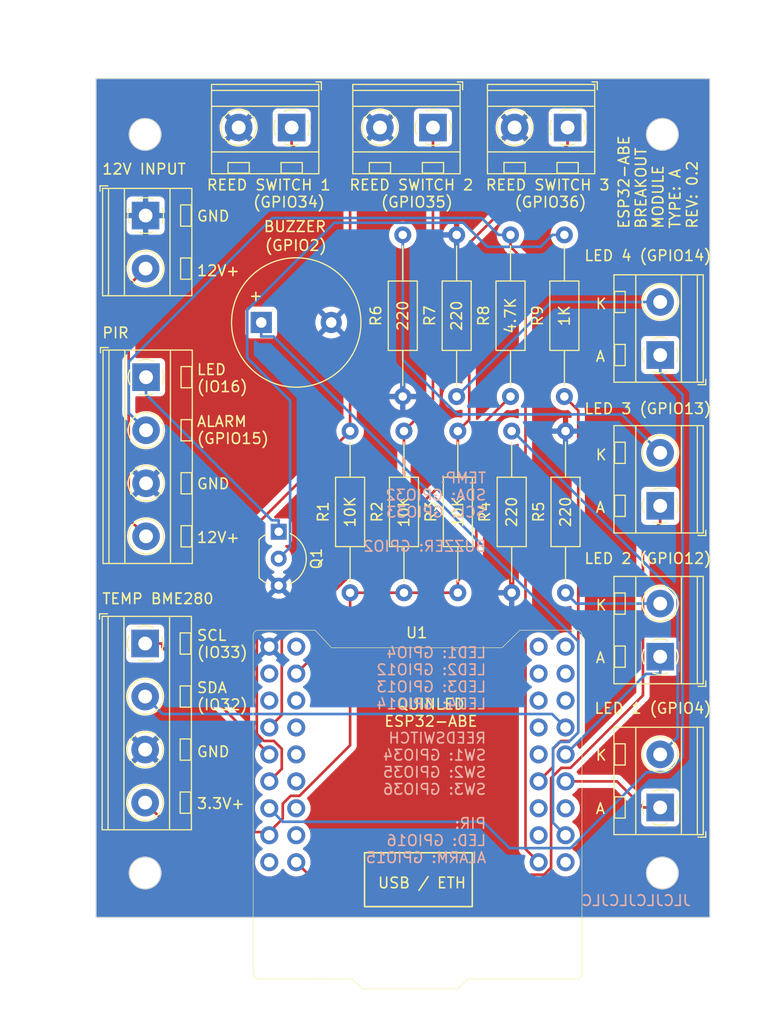
<source format=kicad_pcb>
(kicad_pcb (version 20221018) (generator pcbnew)
  (layers (0 "F.Cu" signal) (31 "B.Cu" signal) (34 "B.Paste" user) (35 "F.Paste" user) (36 "B.SilkS" user "B.Silkscreen") (37 "F.SilkS" user "F.Silkscreen") (38 "B.Mask" user) (39 "F.Mask" user) (44 "Edge.Cuts" user))
  (net 0 "")
  (net 1 "+12V")
  (net 2 "GND")
  (net 3 "Net-(Led1-Pin_2)")
  (net 4 "GPIO4")
  (net 5 "Net-(Led2-Pin_2)")
  (net 6 "GPIO12")
  (net 7 "Net-(Led3-Pin_2)")
  (net 8 "GPIO13")
  (net 9 "Net-(Led4-Pin_2)")
  (net 10 "GPIO14")
  (net 11 "GPIO2")
  (net 12 "GPIO15")
  (net 13 "Net-(PIR1-Pin_1)")
  (net 14 "Net-(Q1-B)")
  (net 15 "GPIO34")
  (net 16 "+3.3V")
  (net 17 "GPIO35")
  (net 18 "GPIO36")
  (net 19 "GPIO16")
  (net 20 "GPIO33")
  (net 21 "GPIO32")
  (footprint "Resistor_THT:R_Axial_DIN0207_L6.3mm_D2.5mm_P15.24mm_Horizontal" (layer "F.Cu") (at 154.6104 72.7868 90)
    (fp_text reference "R8" (at 7.62 -2.54 90) (layer "F.SilkS"))
    (fp_text value "4.7K" (at 7.62 0 90) (layer "F.SilkS"))
    (pad "1" thru_hole circle (at 0 0 90) (size 1.6 1.6) (drill 0.8) (layers "*.Cu" "*.Mask") (net 16 "+3.3V"))
    (pad "2" thru_hole oval (at 15.24 0 90) (size 1.6 1.6) (drill 0.8) (layers "*.Cu" "*.Mask") (net 12 "GPIO15"))
  )
  (footprint "TerminalBlock_MetzConnect:TerminalBlock_MetzConnect_Type094_RT03502HBLU_1x02_P5.00mm_Horizontal" (layer "F.Cu") (at 159.9954 47.4238 180)
    (fp_text reference "Reedswitch3" hide)
    (fp_text value "Screw_Terminal_01x02")
    (pad "1" thru_hole rect (at 0 0 180) (size 2.6 2.6) (drill 1.3) (layers "*.Cu" "*.Mask") (net 18 "GPIO36"))
    (pad "2" thru_hole circle (at 5 0 180) (size 2.6 2.6) (drill 1.3) (layers "*.Cu" "*.Mask") (net 2 "GND"))
  )
  (footprint "TerminalBlock_MetzConnect:TerminalBlock_MetzConnect_Type094_RT03502HBLU_1x02_P5.00mm_Horizontal" (layer "F.Cu") (at 168.7283 83.0893 90)
    (fp_text reference "Led3" hide)
    (fp_text value "Screw_Terminal_01x02")
    (pad "1" thru_hole rect (at 0 0 90) (size 2.6 2.6) (drill 1.3) (layers "*.Cu" "*.Mask") (net 8 "GPIO13"))
    (pad "2" thru_hole circle (at 5 0 90) (size 2.6 2.6) (drill 1.3) (layers "*.Cu" "*.Mask") (net 7 "Net-(Led3-Pin_2)"))
  )
  (footprint "TerminalBlock_MetzConnect:TerminalBlock_MetzConnect_Type094_RT03502HBLU_1x02_P5.00mm_Horizontal" (layer "F.Cu") (at 168.7283 97.3063 90)
    (fp_text reference "Led2" hide)
    (fp_text value "Screw_Terminal_01x02")
    (pad "1" thru_hole rect (at 0 0 90) (size 2.6 2.6) (drill 1.3) (layers "*.Cu" "*.Mask") (net 6 "GPIO12"))
    (pad "2" thru_hole circle (at 5 0 90) (size 2.6 2.6) (drill 1.3) (layers "*.Cu" "*.Mask") (net 5 "Net-(Led2-Pin_2)"))
  )
  (footprint "TerminalBlock_MetzConnect:TerminalBlock_MetzConnect_Type094_RT03504HBLU_1x04_P5.00mm_Horizontal" (layer "F.Cu") (at 120.2373 70.9632 -90)
    (fp_text reference "PIR1" hide)
    (fp_text value "Screw_Terminal_01x04")
    (pad "1" thru_hole rect (at 0 0 270) (size 2.6 2.6) (drill 1.3) (layers "*.Cu" "*.Mask") (net 13 "Net-(PIR1-Pin_1)"))
    (pad "2" thru_hole circle (at 5 0 270) (size 2.6 2.6) (drill 1.3) (layers "*.Cu" "*.Mask") (net 12 "GPIO15"))
    (pad "3" thru_hole circle (at 10 0 270) (size 2.6 2.6) (drill 1.3) (layers "*.Cu" "*.Mask") (net 2 "GND"))
    (pad "4" thru_hole circle (at 15 0 270) (size 2.6 2.6) (drill 1.3) (layers "*.Cu" "*.Mask") (net 1 "+12V"))
  )
  (footprint "Resistor_THT:R_Axial_DIN0207_L6.3mm_D2.5mm_P15.24mm_Horizontal" (layer "F.Cu") (at 144.5617 76.0432 -90)
    (fp_text reference "R2" (at 7.62 2.54 90) (layer "F.SilkS"))
    (fp_text value "10K" (at 7.62 0 90) (layer "F.SilkS"))
    (pad "1" thru_hole circle (at 0 0 270) (size 1.6 1.6) (drill 0.8) (layers "*.Cu" "*.Mask") (net 17 "GPIO35"))
    (pad "2" thru_hole oval (at 15.24 0 270) (size 1.6 1.6) (drill 0.8) (layers "*.Cu" "*.Mask") (net 16 "+3.3V"))
  )
  (footprint "Package_TO_SOT_THT:TO-92_Inline_Wide" (layer "F.Cu") (at 132.7447 85.5277 -90)
    (fp_text reference "Q1" (at 2.54 -3.56 -90) (layer "F.SilkS"))
    (fp_text value "BC547")
    (pad "1" thru_hole rect (at 0 0 270) (size 1.5 1.5) (drill 0.8) (layers "*.Cu" "*.Mask") (net 13 "Net-(PIR1-Pin_1)"))
    (pad "2" thru_hole circle (at 2.54 0 270) (size 1.5 1.5) (drill 0.8) (layers "*.Cu" "*.Mask") (net 14 "Net-(Q1-B)"))
    (pad "3" thru_hole circle (at 5.08 0 270) (size 1.5 1.5) (drill 0.8) (layers "*.Cu" "*.Mask") (net 2 "GND"))
  )
  (footprint "Resistor_THT:R_Axial_DIN0207_L6.3mm_D2.5mm_P15.24mm_Horizontal" (layer "F.Cu") (at 154.7217 76.0432 -90)
    (fp_text reference "R4" (at 7.62 2.54 90) (layer "F.SilkS"))
    (fp_text value "220" (at 7.62 0 90) (layer "F.SilkS"))
    (pad "1" thru_hole circle (at 0 0 270) (size 1.6 1.6) (drill 0.8) (layers "*.Cu" "*.Mask") (net 3 "Net-(Led1-Pin_2)"))
    (pad "2" thru_hole oval (at 15.24 0 270) (size 1.6 1.6) (drill 0.8) (layers "*.Cu" "*.Mask") (net 2 "GND"))
  )
  (footprint "TerminalBlock_MetzConnect:TerminalBlock_MetzConnect_Type094_RT03504HBLU_1x04_P5.00mm_Horizontal" (layer "F.Cu") (at 120.1525 96.0689 -90)
    (fp_text reference "Temperatuur_BME280" hide)
    (fp_text value "Screw_Terminal_01x04")
    (pad "1" thru_hole rect (at 0 0 270) (size 2.6 2.6) (drill 1.3) (layers "*.Cu" "*.Mask") (net 20 "GPIO33"))
    (pad "2" thru_hole circle (at 5 0 270) (size 2.6 2.6) (drill 1.3) (layers "*.Cu" "*.Mask") (net 21 "GPIO32"))
    (pad "3" thru_hole circle (at 10 0 270) (size 2.6 2.6) (drill 1.3) (layers "*.Cu" "*.Mask") (net 2 "GND"))
    (pad "4" thru_hole circle (at 15 0 270) (size 2.6 2.6) (drill 1.3) (layers "*.Cu" "*.Mask") (net 16 "+3.3V"))
  )
  (footprint "Resistor_THT:R_Axial_DIN0207_L6.3mm_D2.5mm_P15.24mm_Horizontal" (layer "F.Cu") (at 149.5304 72.7868 90)
    (fp_text reference "R7" (at 7.62 -2.54 90) (layer "F.SilkS"))
    (fp_text value "220" (at 7.62 0 90) (layer "F.SilkS"))
    (pad "1" thru_hole circle (at 0 0 90) (size 1.6 1.6) (drill 0.8) (layers "*.Cu" "*.Mask") (net 9 "Net-(Led4-Pin_2)"))
    (pad "2" thru_hole oval (at 15.24 0 90) (size 1.6 1.6) (drill 0.8) (layers "*.Cu" "*.Mask") (net 2 "GND"))
  )
  (footprint "Resistor_THT:R_Axial_DIN0207_L6.3mm_D2.5mm_P15.24mm_Horizontal" (layer "F.Cu") (at 139.4817 76.0432 -90)
    (fp_text reference "R1" (at 7.62 2.54 90) (layer "F.SilkS"))
    (fp_text value "10K" (at 7.62 0 90) (layer "F.SilkS"))
    (pad "1" thru_hole circle (at 0 0 270) (size 1.6 1.6) (drill 0.8) (layers "*.Cu" "*.Mask") (net 15 "GPIO34"))
    (pad "2" thru_hole oval (at 15.24 0 270) (size 1.6 1.6) (drill 0.8) (layers "*.Cu" "*.Mask") (net 16 "+3.3V"))
  )
  (footprint "TerminalBlock_MetzConnect:TerminalBlock_MetzConnect_Type094_RT03502HBLU_1x02_P5.00mm_Horizontal" (layer "F.Cu") (at 168.7283 111.5232 90)
    (fp_text reference "Led1" hide)
    (fp_text value "Screw_Terminal_01x02")
    (pad "1" thru_hole rect (at 0 0 90) (size 2.6 2.6) (drill 1.3) (layers "*.Cu" "*.Mask") (net 4 "GPIO4"))
    (pad "2" thru_hole circle (at 5 0 90) (size 2.6 2.6) (drill 1.3) (layers "*.Cu" "*.Mask") (net 3 "Net-(Led1-Pin_2)"))
  )
  (footprint "TerminalBlock_MetzConnect:TerminalBlock_MetzConnect_Type094_RT03502HBLU_1x02_P5.00mm_Horizontal" (layer "F.Cu") (at 133.9696 47.4248 180)
    (fp_text reference "Reedswitch1" hide)
    (fp_text value "Screw_Terminal_01x02")
    (pad "1" thru_hole rect (at 0 0 180) (size 2.6 2.6) (drill 1.3) (layers "*.Cu" "*.Mask") (net 15 "GPIO34"))
    (pad "2" thru_hole circle (at 5 0 180) (size 2.6 2.6) (drill 1.3) (layers "*.Cu" "*.Mask") (net 2 "GND"))
  )
  (footprint "TerminalBlock_MetzConnect:TerminalBlock_MetzConnect_Type094_RT03502HBLU_1x02_P5.00mm_Horizontal" (layer "F.Cu") (at 168.7283 68.8724 90)
    (fp_text reference "Led4" hide)
    (fp_text value "Screw_Terminal_01x02")
    (pad "1" thru_hole rect (at 0 0 90) (size 2.6 2.6) (drill 1.3) (layers "*.Cu" "*.Mask") (net 10 "GPIO14"))
    (pad "2" thru_hole circle (at 5 0 90) (size 2.6 2.6) (drill 1.3) (layers "*.Cu" "*.Mask") (net 9 "Net-(Led4-Pin_2)"))
  )
  (footprint "Library:QuinLED-ESP32" (layer "F.Cu") (at 145.9333 110.9428)
    (fp_text reference "U1" (at -0.171889 -15.883611) (layer "F.SilkS"))
    (fp_text value "QuinLED-ESP32")
    (pad "1" thru_hole circle (at -14.0716 -14.5796) (size 1.7 1.7) (drill 1) (layers "*.Cu" "*.Mask") (net 2 "GND"))
    (pad "2" thru_hole circle (at -14.0716 -12.0396) (size 1.7 1.7) (drill 1) (layers "*.Cu" "*.Mask"))
    (pad "3" thru_hole circle (at -14.0716 -9.4996) (size 1.7 1.7) (drill 1) (layers "*.Cu" "*.Mask"))
    (pad "4" thru_hole circle (at -14.0716 -6.9596) (size 1.7 1.7) (drill 1) (layers "*.Cu" "*.Mask") (net 17 "GPIO35"))
    (pad "5" thru_hole circle (at -14.0716 -4.4196) (size 1.7 1.7) (drill 1) (layers "*.Cu" "*.Mask") (net 20 "GPIO33"))
    (pad "6" thru_hole circle (at -14.0716 -1.8796) (size 1.7 1.7) (drill 1) (layers "*.Cu" "*.Mask") (net 15 "GPIO34"))
    (pad "7" thru_hole circle (at -14.0716 0.6604) (size 1.7 1.7) (drill 1) (layers "*.Cu" "*.Mask") (net 10 "GPIO14"))
    (pad "8" thru_hole circle (at -14.0716 3.2004) (size 1.7 1.7) (drill 1) (layers "*.Cu" "*.Mask") (net 16 "+3.3V"))
    (pad "9" thru_hole circle (at -14.0716 5.7404) (size 1.7 1.7) (drill 1) (layers "*.Cu" "*.Mask"))
    (pad "10" thru_hole circle (at -11.5316 -14.5796) (size 1.7 1.7) (drill 1) (layers "*.Cu" "*.Mask"))
    (pad "11" thru_hole circle (at -11.5316 -12.0396) (size 1.7 1.7) (drill 1) (layers "*.Cu" "*.Mask") (net 18 "GPIO36"))
    (pad "12" thru_hole circle (at -11.5316 -9.4996) (size 1.7 1.7) (drill 1) (layers "*.Cu" "*.Mask"))
    (pad "13" thru_hole circle (at -11.5316 -6.9596) (size 1.7 1.7) (drill 1) (layers "*.Cu" "*.Mask"))
    (pad "14" thru_hole circle (at -11.5316 -4.4196) (size 1.7 1.7) (drill 1) (layers "*.Cu" "*.Mask"))
    (pad "15" thru_hole circle (at -11.5316 -1.8796) (size 1.7 1.7) (drill 1) (layers "*.Cu" "*.Mask"))
    (pad "16" thru_hole circle (at -11.5316 0.6604) (size 1.7 1.7) (drill 1) (layers "*.Cu" "*.Mask"))
    (pad "17" thru_hole circle (at -11.5316 3.2004) (size 1.7 1.7) (drill 1) (layers "*.Cu" "*.Mask"))
    (pad "18" thru_hole circle (at -11.5316 5.7404) (size 1.7 1.7) (drill 1) (layers "*.Cu" "*.Mask") (net 8 "GPIO13"))
    (pad "19" thru_hole circle (at 11.3284 -14.5796) (size 1.7 1.7) (drill 1) (layers "*.Cu" "*.Mask"))
    (pad "20" thru_hole circle (at 11.3284 -12.0396) (size 1.7 1.7) (drill 1) (layers "*.Cu" "*.Mask"))
    (pad "21" thru_hole circle (at 11.3284 -9.4996) (size 1.7 1.7) (drill 1) (layers "*.Cu" "*.Mask"))
    (pad "22" thru_hole circle (at 11.3284 -6.9596) (size 1.7 1.7) (drill 1) (layers "*.Cu" "*.Mask"))
    (pad "23" thru_hole circle (at 11.3284 -4.4196) (size 1.7 1.7) (drill 1) (layers "*.Cu" "*.Mask"))
    (pad "24" thru_hole circle (at 11.3284 -1.8796) (size 1.7 1.7) (drill 1) (layers "*.Cu" "*.Mask") (net 19 "GPIO16"))
    (pad "25" thru_hole circle (at 11.3284 0.6604) (size 1.7 1.7) (drill 1) (layers "*.Cu" "*.Mask"))
    (pad "26" thru_hole circle (at 11.3284 3.2004) (size 1.7 1.7) (drill 1) (layers "*.Cu" "*.Mask"))
    (pad "27" thru_hole circle (at 11.3284 5.7404) (size 1.7 1.7) (drill 1) (layers "*.Cu" "*.Mask") (net 12 "GPIO15"))
    (pad "28" thru_hole circle (at 13.8684 -14.5796) (size 1.7 1.7) (drill 1) (layers "*.Cu" "*.Mask"))
    (pad "29" thru_hole circle (at 13.8684 -12.0396) (size 1.7 1.7) (drill 1) (layers "*.Cu" "*.Mask"))
    (pad "30" thru_hole circle (at 13.8684 -9.4996) (size 1.7 1.7) (drill 1) (layers "*.Cu" "*.Mask"))
    (pad "31" thru_hole circle (at 13.8684 -6.9596) (size 1.7 1.7) (drill 1) (layers "*.Cu" "*.Mask") (net 21 "GPIO32"))
    (pad "32" thru_hole circle (at 13.8684 -4.4196) (size 1.7 1.7) (drill 1) (layers "*.Cu" "*.Mask") (net 6 "GPIO12"))
    (pad "33" thru_hole circle (at 13.8684 -1.8796) (size 1.7 1.7) (drill 1) (layers "*.Cu" "*.Mask") (net 4 "GPIO4"))
    (pad "34" thru_hole circle (at 13.8684 0.6604) (size 1.7 1.7) (drill 1) (layers "*.Cu" "*.Mask"))
    (pad "35" thru_hole circle (at 13.8684 3.2004) (size 1.7 1.7) (drill 1) (layers "*.Cu" "*.Mask") (net 11 "GPIO2"))
    (pad "36" thru_hole circle (at 13.8684 5.7404) (size 1.7 1.7) (drill 1) (layers "*.Cu" "*.Mask"))
  )
  (footprint "Resistor_THT:R_Axial_DIN0207_L6.3mm_D2.5mm_P15.24mm_Horizontal" (layer "F.Cu") (at 159.6904 72.7868 90)
    (fp_text reference "R9" (at 7.62 -2.54 90) (layer "F.SilkS"))
    (fp_text value "1K" (at 7.62 0 90) (layer "F.SilkS"))
    (pad "1" thru_hole circle (at 0 0 90) (size 1.6 1.6) (drill 0.8) (layers "*.Cu" "*.Mask") (net 19 "GPIO16"))
    (pad "2" thru_hole oval (at 15.24 0 90) (size 1.6 1.6) (drill 0.8) (layers "*.Cu" "*.Mask") (net 14 "Net-(Q1-B)"))
  )
  (footprint "TerminalBlock_MetzConnect:TerminalBlock_MetzConnect_Type094_RT03502HBLU_1x02_P5.00mm_Horizontal" (layer "F.Cu") (at 120.1949 55.7232 -90)
    (fp_text reference "12V_voeding_in1" hide)
    (fp_text value "Screw_Terminal_01x02")
    (pad "1" thru_hole rect (at 0 0 270) (size 2.6 2.6) (drill 1.3) (layers "*.Cu" "*.Mask") (net 2 "GND"))
    (pad "2" thru_hole circle (at 5 0 270) (size 2.6 2.6) (drill 1.3) (layers "*.Cu" "*.Mask") (net 1 "+12V"))
  )
  (footprint "Resistor_THT:R_Axial_DIN0207_L6.3mm_D2.5mm_P15.24mm_Horizontal" (layer "F.Cu") (at 149.6417 76.0432 -90)
    (fp_text reference "R3" (at 7.62 2.54 90) (layer "F.SilkS"))
    (fp_text value "10K" (at 7.62 0 90) (layer "F.SilkS"))
    (pad "1" thru_hole circle (at 0 0 270) (size 1.6 1.6) (drill 0.8) (layers "*.Cu" "*.Mask") (net 18 "GPIO36"))
    (pad "2" thru_hole oval (at 15.24 0 270) (size 1.6 1.6) (drill 0.8) (layers "*.Cu" "*.Mask") (net 16 "+3.3V"))
  )
  (footprint "Custom_footprint_Library:Buzzer_12x9.5RM6.6_custom" (layer "F.Cu") (at 134.4017 65.8832)
    (fp_text reference "Passieve_buzzer1" hide)
    (fp_text value "Buzzer")
    (fp_text user "+" (at -3.81 -2.61861) (layer "F.SilkS"))
    (pad "1" thru_hole rect (at -3.3 -0.07861) (size 2 2) (drill 1) (layers "*.Cu" "*.Mask") (net 11 "GPIO2"))
    (pad "2" thru_hole circle (at 3.3 -0.07861) (size 2 2) (drill 1) (layers "*.Cu" "*.Mask") (net 2 "GND"))
  )
  (footprint "Resistor_THT:R_Axial_DIN0207_L6.3mm_D2.5mm_P15.24mm_Horizontal" (layer "F.Cu") (at 144.4504 57.5468 -90)
    (fp_text reference "R6" (at 7.62 2.54 90) (layer "F.SilkS"))
    (fp_text value "220" (at 7.62 0 90) (layer "F.SilkS"))
    (pad "1" thru_hole circle (at 0 0 270) (size 1.6 1.6) (drill 0.8) (layers "*.Cu" "*.Mask") (net 7 "Net-(Led3-Pin_2)"))
    (pad "2" thru_hole oval (at 15.24 0 270) (size 1.6 1.6) (drill 0.8) (layers "*.Cu" "*.Mask") (net 2 "GND"))
  )
  (footprint "TerminalBlock_MetzConnect:TerminalBlock_MetzConnect_Type094_RT03502HBLU_1x02_P5.00mm_Horizontal" (layer "F.Cu") (at 147.2954 47.4243 180)
    (fp_text reference "Reedswitch2" hide)
    (fp_text value "Screw_Terminal_01x02")
    (pad "1" thru_hole rect (at 0 0 180) (size 2.6 2.6) (drill 1.3) (layers "*.Cu" "*.Mask") (net 17 "GPIO35"))
    (pad "2" thru_hole circle (at 5 0 180) (size 2.6 2.6) (drill 1.3) (layers "*.Cu" "*.Mask") (net 2 "GND"))
  )
  (footprint "Resistor_THT:R_Axial_DIN0207_L6.3mm_D2.5mm_P15.24mm_Horizontal" (layer "F.Cu") (at 159.8017 91.2832 90)
    (fp_text reference "R5" (at 7.62 -2.54 90) (layer "F.SilkS"))
    (fp_text value "220" (at 7.62 0 90) (layer "F.SilkS"))
    (pad "1" thru_hole circle (at 0 0 90) (size 1.6 1.6) (drill 0.8) (layers "*.Cu" "*.Mask") (net 5 "Net-(Led2-Pin_2)"))
    (pad "2" thru_hole oval (at 15.24 0 90) (size 1.6 1.6) (drill 0.8) (layers "*.Cu" "*.Mask") (net 2 "GND"))
  )
  (gr_rect (start 140.843546 115.792827) (end 151.003546 120.872827) (stroke (width 0.15)) (fill none) (layer "F.SilkS"))
  (gr_circle (center 168.93186 48.070646) (end 170.43186 48.070646) (stroke (width 0.1)) (fill none) (layer "Edge.Cuts"))
  (gr_rect (start 115.513894 42.812146) (end 173.410928 121.886415) (stroke (width 0.1)) (fill none) (layer "Edge.Cuts"))
  (gr_circle (center 168.93186 117.704907) (end 170.43186 117.704907) (stroke (width 0.1)) (fill none) (layer "Edge.Cuts"))
  (gr_circle (center 120.146764 117.704907) (end 121.646764 117.704907) (stroke (width 0.1)) (fill none) (layer "Edge.Cuts"))
  (gr_circle (center 120.146764 48.070646) (end 121.646764 48.070646) (stroke (width 0.1)) (fill none) (layer "Edge.Cuts"))
  (gr_text "JLCJLCJLCJLC" (at 171.705686 120.88641) (layer "B.SilkS") (effects (font (size 1 1)) (justify left bottom mirror)))
  (gr_text "LED1: GPIO4\nLED2: GPIO12\nLED3: GPIO13\nLED4: GPIO14\n\nREEDSWITCH\nSW1: GPIO34\nSW2: GPIO35\nSW3: GPIO36\n\nPIR:\nLED: GPIO16\nALARM: GPIO15" (at 152.4 116.84) (layer "B.SilkS") (effects (font (size 1 1)) (justify left bottom mirror)))
  (gr_text "TEMP:\nSDA: GPIO32\nSCL: GPIO33\n\nBUZZER: GPIO2" (at 152.4 87.488353) (layer "B.SilkS") (effects (font (size 1 1)) (justify left bottom mirror)))
  (gr_text "A" (at 162.56 83.82) (layer "F.SilkS") (effects (font (size 1 1)) (justify left bottom)))
  (gr_text "3.3V+" (at 124.949969 111.743919) (layer "F.SilkS") (effects (font (size 1 1)) (justify left bottom)))
  (gr_text "12V+" (at 124.949969 61.510776) (layer "F.SilkS") (effects (font (size 1 1)) (justify left bottom)))
  (gr_text "A" (at 162.56 69.588281) (layer "F.SilkS") (effects (font (size 1 1)) (justify left bottom)))
  (gr_text "LED 2 (GPIO12)" (at 161.490919 88.64161) (layer "F.SilkS") (effects (font (size 1 1)) (justify left bottom)))
  (gr_text "A" (at 162.56 112.223133) (layer "F.SilkS") (effects (font (size 1 1)) (justify left bottom)))
  (gr_text "GND" (at 124.949969 106.859303) (layer "F.SilkS") (effects (font (size 1 1)) (justify left bottom)))
  (gr_text "REED SWITCH 1" (at 125.876465 53.430268) (layer "F.SilkS") (effects (font (size 1 1)) (justify left bottom)))
  (gr_text "BUZZER" (at 131.2521 57.34881) (layer "F.SilkS") (effects (font (size 1 1)) (justify left bottom)))
  (gr_text "(GPIO2)" (at 131.361027 59.132553) (layer "F.SilkS") (effects (font (size 1 1)) (justify left bottom)))
  (gr_text "ALARM\n(GPIO15)" (at 124.949969 77.335801) (layer "F.SilkS") (effects (font (size 1 1)) (justify left bottom)))
  (gr_text "LED 1 (GPIO4)" (at 162.4433 102.76401) (layer "F.SilkS") (effects (font (size 1 1)) (justify left bottom)))
  (gr_text "USB / ETH" (at 142.0217 119.22321) (layer "F.SilkS") (effects (font (size 1 1)) (justify left bottom)))
  (gr_text "SDA\n(IO32)" (at 124.949969 102.430987) (layer "F.SilkS") (effects (font (size 1 1)) (justify left bottom)))
  (gr_text "12V INPUT" (at 116.023388 51.930143) (layer "F.SilkS") (effects (font (size 1 1)) (justify left bottom)))
  (gr_text "REED SWITCH 3" (at 152.189667 53.430268) (layer "F.SilkS") (effects (font (size 1 1)) (justify left bottom)))
  (gr_text "K" (at 162.56 107.187758) (layer "F.SilkS") (effects (font (size 1 1)) (justify left bottom)))
  (gr_text "LED 3 (GPIO13)" (at 161.490919 74.51921) (layer "F.SilkS") (effects (font (size 1 1)) (justify left bottom)))
  (gr_text "REED SWITCH 2" (at 139.326438 53.430268) (layer "F.SilkS") (effects (font (size 1 1)) (justify left bottom)))
  (gr_text "LED 4 (GPIO14)" (at 161.490919 60.09201) (layer "F.SilkS") (effects (font (size 1 1)) (justify left bottom)))
  (gr_text "12V+" (at 124.949969 86.657499) (layer "F.SilkS") (effects (font (size 1 1)) (justify left bottom)))
  (gr_text "SCL\n(IO33)" (at 124.949969 97.496119) (layer "F.SilkS") (effects (font (size 1 1)) (justify left bottom)))
  (gr_text "K" (at 162.56 64.643362) (layer "F.SilkS") (effects (font (size 1 1)) (justify left bottom)))
  (gr_text "GND" (at 124.949969 56.364844) (layer "F.SilkS") (effects (font (size 1 1)) (justify left bottom)))
  (gr_text "ESP32-ABE\nBREAKOUT\nMODULE\nTYPE: A\nREV: 0.2" (at 172.333452 57.039342 90) (layer "F.SilkS") (effects (font (size 1 1)) (justify left bottom)))
  (gr_text "K" (at 162.56 78.875081) (layer "F.SilkS") (effects (font (size 1 1)) (justify left bottom)))
  (gr_text "TEMP BME280" (at 116.023388 92.434676) (layer "F.SilkS") (effects (font (size 1 1)) (justify left bottom)))
  (gr_text "LED\n(IO16)" (at 124.949969 72.444352) (layer "F.SilkS") (effects (font (size 1 1)) (justify left bottom)))
  (gr_text "(GPIO35)" (at 142.303922 55.045876) (layer "F.SilkS") (effects (font (size 1 1)) (justify left bottom)))
  (gr_text "GND" (at 124.949969 81.59775) (layer "F.SilkS") (effects (font (size 1 1)) (justify left bottom)))
  (gr_text "A" (at 162.56 97.991415) (layer "F.SilkS") (effects (font (size 1 1)) (justify left bottom)))
  (gr_text "PIR" (at 116.023388 67.373343) (layer "F.SilkS") (effects (font (size 1 1)) (justify left bottom)))
  (gr_text "QUINLED\nESP32-ABE" (at 147.1017 103.98321) (layer "F.SilkS") (effects (font (size 1 1)) (justify bottom)))
  (gr_text "(GPIO36)" (at 154.902322 55.045876) (layer "F.SilkS") (effects (font (size 1 1)) (justify left bottom)))
  (gr_text "(GPIO34)" (at 130.247388 55.045876) (layer "F.SilkS") (effects (font (size 1 1)) (justify left bottom)))
  (gr_text "K" (at 162.56 93.046495) (layer "F.SilkS") (effects (font (size 1 1)) (justify left bottom)))
  (segment (start 118.5986 62.3195) (end 118.5986 84.3245) (width 0.25) (layer "F.Cu") (net 1))
  (segment (start 120.1949 60.7232) (end 118.5986 62.3195) (width 0.25) (layer "F.Cu") (net 1))
  (segment (start 118.5986 84.3245) (end 120.2373 85.9632) (width 0.25) (layer "F.Cu") (net 1))
  (segment (start 168.7283 106.5232) (end 170.3731 104.8784) (width 0.25) (layer "B.Cu") (net 3))
  (segment (start 154.8186 76.0432) (end 154.7217 76.0432) (width 0.25) (layer "B.Cu") (net 3))
  (segment (start 170.3731 104.8784) (end 170.3731 91.5977) (width 0.25) (layer "B.Cu") (net 3))
  (segment (start 170.3731 91.5977) (end 154.8186 76.0432) (width 0.25) (layer "B.Cu") (net 3))
  (segment (start 164.643 109.0632) (end 167.103 111.5232) (width 0.25) (layer "F.Cu") (net 4))
  (segment (start 168.7283 111.5232) (end 167.103 111.5232) (width 0.25) (layer "F.Cu") (net 4))
  (segment (start 159.8017 109.0632) (end 164.643 109.0632) (width 0.25) (layer "F.Cu") (net 4))
  (segment (start 160.8248 92.3063) (end 159.8017 91.2832) (width 0.25) (layer "B.Cu") (net 5))
  (segment (start 168.7283 92.3063) (end 160.8248 92.3063) (width 0.25) (layer "B.Cu") (net 5))
  (segment (start 159.8017 106.5232) (end 167.3933 98.9316) (width 0.25) (layer "B.Cu") (net 6))
  (segment (start 168.7283 97.3063) (end 168.7283 98.9316) (width 0.25) (layer "B.Cu") (net 6))
  (segment (start 167.3933 98.9316) (end 168.7283 98.9316) (width 0.25) (layer "B.Cu") (net 6))
  (segment (start 149.5974 74.4706) (end 144.4504 69.3236) (width 0.25) (layer "B.Cu") (net 7))
  (segment (start 144.4504 69.3236) (end 144.4504 57.5468) (width 0.25) (layer "B.Cu") (net 7))
  (segment (start 168.7283 78.0893) (end 165.1096 74.4706) (width 0.25) (layer "B.Cu") (net 7))
  (segment (start 165.1096 74.4706) (end 149.5974 74.4706) (width 0.25) (layer "B.Cu") (net 7))
  (segment (start 134.4017 116.6832) (end 135.5821 117.8636) (width 0.25) (layer "F.Cu") (net 8))
  (segment (start 135.5821 117.8636) (end 157.7717 117.8636) (width 0.25) (layer "F.Cu") (net 8))
  (segment (start 158.4371 108.7585) (end 159.4024 107.7932) (width 0.25) (layer "F.Cu") (net 8))
  (segment (start 157.7717 117.8636) (end 158.4371 117.1982) (width 0.25) (layer "F.Cu") (net 8))
  (segment (start 167.103 86.3399) (end 168.7283 84.7146) (width 0.25) (layer "F.Cu") (net 8))
  (segment (start 159.4024 107.7932) (end 160.27 107.7932) (width 0.25) (layer "F.Cu") (net 8))
  (segment (start 160.27 107.7932) (end 167.103 100.9602) (width 0.25) (layer "F.Cu") (net 8))
  (segment (start 168.7283 83.0893) (end 168.7283 84.7146) (width 0.25) (layer "F.Cu") (net 8))
  (segment (start 167.103 100.9602) (end 167.103 86.3399) (width 0.25) (layer "F.Cu") (net 8))
  (segment (start 158.4371 117.1982) (end 158.4371 108.7585) (width 0.25) (layer "F.Cu") (net 8))
  (segment (start 168.7283 63.8724) (end 158.4448 63.8724) (width 0.25) (layer "B.Cu") (net 9))
  (segment (start 158.4448 63.8724) (end 149.5304 72.7868) (width 0.25) (layer "B.Cu") (net 9))
  (segment (start 168.7283 68.8724) (end 168.7283 70.4977) (width 0.25) (layer "B.Cu") (net 10))
  (segment (start 167.4339 108.1958) (end 169.4154 108.1958) (width 0.25) (layer "B.Cu") (net 10))
  (segment (start 170.841 106.7702) (end 170.841 72.6104) (width 0.25) (layer "B.Cu") (net 10))
  (segment (start 133.1317 112.8732) (end 152.0353 112.8732) (width 0.25) (layer "B.Cu") (net 10))
  (segment (start 170.841 72.6104) (end 168.7283 70.4977) (width 0.25) (layer "B.Cu") (net 10))
  (segment (start 169.4154 108.1958) (end 170.841 106.7702) (width 0.25) (layer "B.Cu") (net 10))
  (segment (start 131.8617 111.6032) (end 133.1317 112.8732) (width 0.25) (layer "B.Cu") (net 10))
  (segment (start 152.0353 112.8732) (end 154.5204 115.3583) (width 0.25) (layer "B.Cu") (net 10))
  (segment (start 160.2714 115.3583) (end 167.4339 108.1958) (width 0.25) (layer "B.Cu") (net 10))
  (segment (start 154.5204 115.3583) (end 160.2714 115.3583) (width 0.25) (layer "B.Cu") (net 10))
  (segment (start 160.1035 105.3478) (end 159.2193 105.3478) (width 0.25) (layer "B.Cu") (net 11))
  (segment (start 158.6176 105.9495) (end 158.6176 112.9591) (width 0.25) (layer "B.Cu") (net 11))
  (segment (start 158.6176 112.9591) (end 159.8017 114.1432) (width 0.25) (layer "B.Cu") (net 11))
  (segment (start 131.1017 65.8046) (end 131.1017 67.1299) (width 0.25) (layer "B.Cu") (net 11))
  (segment (start 161.0035 95.8721) (end 161.0035 104.4478) (width 0.25) (layer "B.Cu") (net 11))
  (segment (start 131.1017 67.1299) (end 132.2613 67.1299) (width 0.25) (layer "B.Cu") (net 11))
  (segment (start 161.0035 104.4478) (end 160.1035 105.3478) (width 0.25) (layer "B.Cu") (net 11))
  (segment (start 132.2613 67.1299) (end 161.0035 95.8721) (width 0.25) (layer "B.Cu") (net 11))
  (segment (start 159.2193 105.3478) (end 158.6176 105.9495) (width 0.25) (layer "B.Cu") (net 11))
  (segment (start 156.024 60.0857) (end 154.6104 58.6721) (width 0.25) (layer "F.Cu") (net 12))
  (segment (start 154.6104 57.5468) (end 154.6104 58.6721) (width 0.25) (layer "F.Cu") (net 12))
  (segment (start 157.2617 116.6832) (end 156.024 115.4455) (width 0.25) (layer "F.Cu") (net 12))
  (segment (start 156.024 115.4455) (end 156.024 60.0857) (width 0.25) (layer "F.Cu") (net 12))
  (segment (start 118.6119 69.4916) (end 118.6119 74.3378) (width 0.25) (layer "B.Cu") (net 12))
  (segment (start 118.6119 74.3378) (end 120.2373 75.9632) (width 0.25) (layer "B.Cu") (net 12))
  (segment (start 154.6104 57.5468) (end 153.4851 57.5468) (width 0.25) (layer "B.Cu") (net 12))
  (segment (start 151.89 55.9517) (end 132.1518 55.9517) (width 0.25) (layer "B.Cu") (net 12))
  (segment (start 153.4851 57.5468) (end 151.89 55.9517) (width 0.25) (layer "B.Cu") (net 12))
  (segment (start 132.1518 55.9517) (end 118.6119 69.4916) (width 0.25) (layer "B.Cu") (net 12))
  (segment (start 132.1012 84.4524) (end 120.2373 72.5885) (width 0.25) (layer "B.Cu") (net 13))
  (segment (start 132.7447 84.4524) (end 132.1012 84.4524) (width 0.25) (layer "B.Cu") (net 13))
  (segment (start 132.7447 85.5277) (end 132.7447 84.4524) (width 0.25) (layer "B.Cu") (net 13))
  (segment (start 120.2373 70.9632) (end 120.2373 72.5885) (width 0.25) (layer "B.Cu") (net 13))
  (segment (start 133.8201 73.1835) (end 129.7763 69.1397) (width 0.25) (layer "B.Cu") (net 14))
  (segment (start 129.7763 69.1397) (end 129.7763 64.6248) (width 0.25) (layer "B.Cu") (net 14))
  (segment (start 150.1491 56.4021) (end 152.4191 58.6721) (width 0.25) (layer "B.Cu") (net 14))
  (segment (start 133.8201 86.9923) (end 133.8201 73.1835) (width 0.25) (layer "B.Cu") (net 14))
  (segment (start 159.6904 57.5468) (end 158.5651 57.5468) (width 0.25) (layer "B.Cu") (net 14))
  (segment (start 129.7763 64.6248) (end 137.999 56.4021) (width 0.25) (layer "B.Cu") (net 14))
  (segment (start 152.4191 58.6721) (end 157.4398 58.6721) (width 0.25) (layer "B.Cu") (net 14))
  (segment (start 132.7447 88.0677) (end 133.8201 86.9923) (width 0.25) (layer "B.Cu") (net 14))
  (segment (start 157.4398 58.6721) (end 158.5651 57.5468) (width 0.25) (layer "B.Cu") (net 14))
  (segment (start 137.999 56.4021) (end 150.1491 56.4021) (width 0.25) (layer "B.Cu") (net 14))
  (segment (start 139.4817 54.5622) (end 133.9696 49.0501) (width 0.25) (layer "F.Cu") (net 15))
  (segment (start 139.4817 76.0432) (end 139.4817 54.5622) (width 0.25) (layer "F.Cu") (net 15))
  (segment (start 130.6807 84.8442) (end 139.4817 76.0432) (width 0.25) (layer "F.Cu") (net 15))
  (segment (start 132.2927 105.2532) (end 131.3616 105.2532) (width 0.25) (layer "F.Cu") (net 15))
  (segment (start 130.6807 104.5723) (end 130.6807 84.8442) (width 0.25) (layer "F.Cu") (net 15))
  (segment (start 133.0371 105.9976) (end 132.2927 105.2532) (width 0.25) (layer "F.Cu") (net 15))
  (segment (start 131.8617 109.0632) (end 133.0371 107.8878) (width 0.25) (layer "F.Cu") (net 15))
  (segment (start 133.0371 107.8878) (end 133.0371 105.9976) (width 0.25) (layer "F.Cu") (net 15))
  (segment (start 131.3616 105.2532) (end 130.6807 104.5723) (width 0.25) (layer "F.Cu") (net 15))
  (segment (start 133.9696 47.4248) (end 133.9696 49.0501) (width 0.25) (layer "F.Cu") (net 15))
  (segment (start 139.4817 91.2832) (end 139.4817 105.663) (width 0.25) (layer "F.Cu") (net 16))
  (segment (start 134.7169 110.4278) (end 133.8761 110.4278) (width 0.25) (layer "F.Cu") (net 16))
  (segment (start 133.1317 112.5741) (end 131.8617 113.8441) (width 0.25) (layer "F.Cu") (net 16))
  (segment (start 139.4817 105.663) (end 134.7169 110.4278) (width 0.25) (layer "F.Cu") (net 16))
  (segment (start 151.3864 76.0108) (end 154.6104 72.7868) (width 0.25) (layer "F.Cu") (net 16))
  (segment (start 131.8617 113.8441) (end 122.9277 113.8441) (width 0.25) (layer "F.Cu") (net 16))
  (segment (start 149.6417 90.1579) (end 151.3864 88.4132) (width 0.25) (layer "F.Cu") (net 16))
  (segment (start 131.8617 113.8441) (end 131.8617 114.1432) (width 0.25) (layer "F.Cu") (net 16))
  (segment (start 149.6417 91.2832) (end 148.5164 91.2832) (width 0.25) (layer "F.Cu") (net 16))
  (segment (start 133.8761 110.4278) (end 133.1317 111.1722) (width 0.25) (layer "F.Cu") (net 16))
  (segment (start 144.5617 91.2832) (end 143.4364 91.2832) (width 0.25) (layer "F.Cu") (net 16))
  (segment (start 144.5617 91.2832) (end 148.5164 91.2832) (width 0.25) (layer "F.Cu") (net 16))
  (segment (start 122.9277 113.8441) (end 120.1525 111.0689) (width 0.25) (layer "F.Cu") (net 16))
  (segment (start 149.6417 91.2832) (end 149.6417 90.1579) (width 0.25) (layer "F.Cu") (net 16))
  (segment (start 139.4817 91.2832) (end 143.4364 91.2832) (width 0.25) (layer "F.Cu") (net 16))
  (segment (start 133.1317 111.1722) (end 133.1317 112.5741) (width 0.25) (layer "F.Cu") (net 16))
  (segment (start 151.3864 88.4132) (end 151.3864 76.0108) (width 0.25) (layer "F.Cu") (net 16))
  (segment (start 144.5617 82.7179) (end 144.5617 76.0432) (width 0.25) (layer "F.Cu") (net 17))
  (segment (start 131.8617 103.9832) (end 133.0371 102.8078) (width 0.25) (layer "F.Cu") (net 17))
  (segment (start 133.0371 102.8078) (end 133.0371 94.2425) (width 0.25) (layer "F.Cu") (net 17))
  (segment (start 147.2954 73.3095) (end 147.2954 47.4243) (width 0.25) (layer "F.Cu") (net 17))
  (segment (start 144.5617 76.0432) (end 147.2954 73.3095) (width 0.25) (layer "F.Cu") (net 17))
  (segment (start 133.0371 94.2425) (end 144.5617 82.7179) (width 0.25) (layer "F.Cu") (net 17))
  (segment (start 150.7171 74.9678) (end 150.7171 58.3274) (width 0.25) (layer "F.Cu") (net 18))
  (segment (start 159.9954 47.4238) (end 159.9954 49.0491) (width 0.25) (layer "F.Cu") (net 18))
  (segment (start 149.6417 79.4783) (end 149.6417 76.0432) (width 0.25) (layer "F.Cu") (net 18))
  (segment (start 149.6417 76.0432) (end 150.7171 74.9678) (width 0.25) (layer "F.Cu") (net 18))
  (segment (start 137.8982 91.2218) (end 149.6417 79.4783) (width 0.25) (layer "F.Cu") (net 18))
  (segment (start 134.4017 98.9032) (end 137.8982 95.4067) (width 0.25) (layer "F.Cu") (net 18))
  (segment (start 150.7171 58.3274) (end 159.9954 49.0491) (width 0.25) (layer "F.Cu") (net 18))
  (segment (start 137.8982 95.4067) (end 137.8982 91.2218) (width 0.25) (layer "F.Cu") (net 18))
  (segment (start 160.2076 105.2532) (end 161.0013 104.4595) (width 0.25) (layer "F.Cu") (net 19))
  (segment (start 159.3707 105.2532) (end 160.2076 105.2532) (width 0.25) (layer "F.Cu") (net 19))
  (segment (start 157.2617 109.0632) (end 158.6263 107.6986) (width 0.25) (layer "F.Cu") (net 19))
  (segment (start 161.0013 104.4595) (end 161.0013 74.0977) (width 0.25) (layer "F.Cu") (net 19))
  (segment (start 161.0013 74.0977) (end 159.6904 72.7868) (width 0.25) (layer "F.Cu") (net 19))
  (segment (start 158.6263 105.9976) (end 159.3707 105.2532) (width 0.25) (layer "F.Cu") (net 19))
  (segment (start 158.6263 107.6986) (end 158.6263 105.9976) (width 0.25) (layer "F.Cu") (net 19))
  (segment (start 120.1525 96.0689) (end 121.7778 96.0689) (width 0.25) (layer "F.Cu") (net 20))
  (segment (start 131.8617 106.5232) (end 121.7778 96.4393) (width 0.25) (layer "F.Cu") (net 20))
  (segment (start 121.7778 96.4393) (end 121.7778 96.0689) (width 0.25) (layer "F.Cu") (net 20))
  (segment (start 121.7968 102.7132) (end 120.1525 101.0689) (width 0.25) (layer "B.Cu") (net 21))
  (segment (start 158.5317 102.7132) (end 121.7968 102.7132) (width 0.25) (layer "B.Cu") (net 21))
  (segment (start 159.8017 103.9832) (end 158.5317 102.7132) (width 0.25) (layer "B.Cu") (net 21))
  (zone (net 2) (net_name "GND") (layers "F&B.Cu") (connect_pads (clearance 0.5)) (min_thickness 0.25) (fill yes (thermal_gap 0.5) (thermal_bridge_width 0.5))
    (polygon (pts (xy 106.4617 35.40321) (xy 106.4617 131.92321) (xy 180.1217 131.92321) (xy 180.1217 35.40321)))
  )
)
</source>
